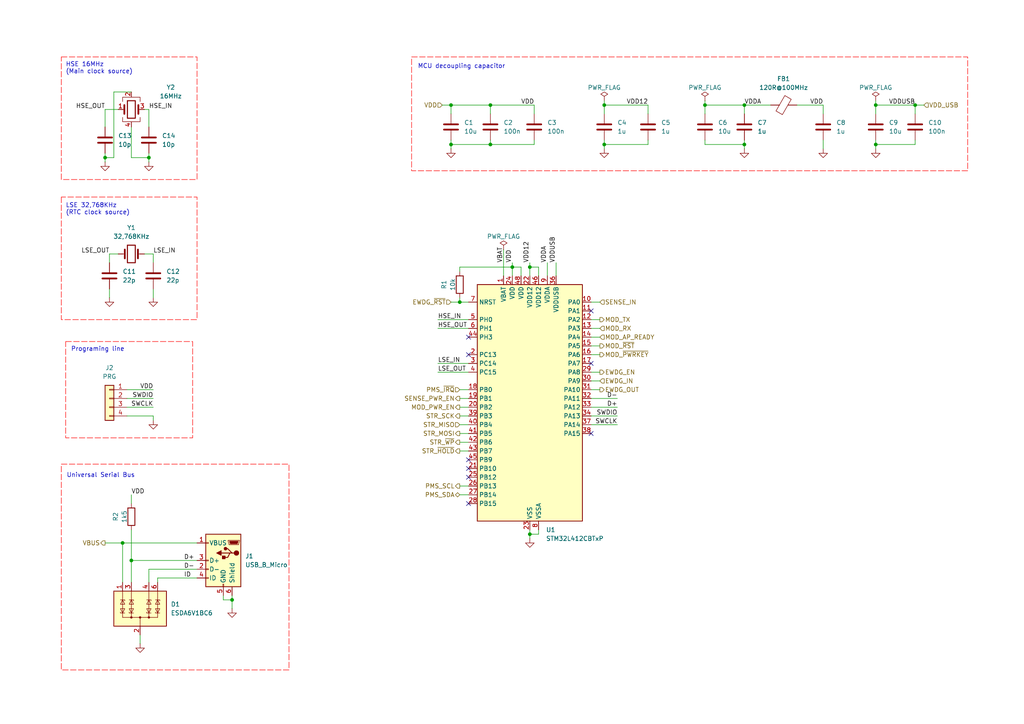
<source format=kicad_sch>
(kicad_sch (version 20250114) (generator "eeschema") (generator_version "9.0")
  (paper "A4")
  (lib_symbols
    (symbol "Connector:USB_B_Micro" (pin_names (offset 1.016))
      (property "Reference" "J" (at -5.08 11.43 0))
      (property "Value" "USB_B_Micro" (at -5.08 8.89 0))
      (symbol "USB_B_Micro_0_1"
        (rectangle (start -5.08 -7.62) (end 5.08 7.62) (stroke (width 0.254)) (fill (type background)))
        (polyline (pts (xy -4.699 5.842) (xy -4.699 5.588) (xy -4.445 4.826) (xy -4.445 4.572) (xy -1.651 4.572) (xy -1.651 4.826) (xy -1.397 5.588) (xy -1.397 5.842) (xy -4.699 5.842)))
        (polyline (pts (xy -4.318 5.588) (xy -1.778 5.588) (xy -2.032 4.826) (xy -4.064 4.826) (xy -4.318 5.588)) (fill (type outline)))
        (circle (center -3.81 2.159) (radius 0.635) (stroke (width 0.254)) (fill (type outline)))
        (polyline (pts (xy -3.175 2.159) (xy -2.54 2.159) (xy -1.27 3.429) (xy -0.635 3.429)) (stroke (width 0.254)))
        (polyline (pts (xy -2.54 2.159) (xy -1.905 2.159) (xy -1.27 0.889) (xy 0 0.889)) (stroke (width 0.254)))
        (polyline (pts (xy -1.905 2.159) (xy 0.635 2.159)) (stroke (width 0.254)))
        (circle (center -0.635 3.429) (radius 0.381) (stroke (width 0.254)) (fill (type outline)))
        (rectangle (start -0.127 -7.62) (end 0.127 -6.858))
        (rectangle (start 0.254 1.27) (end -0.508 0.508) (stroke (width 0.254)) (fill (type outline)))
        (polyline (pts (xy 0.635 2.794) (xy 0.635 1.524) (xy 1.905 2.159) (xy 0.635 2.794)) (stroke (width 0.254)) (fill (type outline)))
        (rectangle (start 5.08 4.953) (end 4.318 5.207))
        (rectangle (start 5.08 -0.127) (end 4.318 0.127))
        (rectangle (start 5.08 -2.667) (end 4.318 -2.413))
        (rectangle (start 5.08 -5.207) (end 4.318 -4.953))
      )
      (symbol "USB_B_Micro_1_1"
        (pin passive line (at -2.54 -10.16 90) (length 2.54) (name "Shield") (number "6"))
        (pin power_out line (at 0 -10.16 90) (length 2.54) (name "GND") (number "5"))
        (pin power_out line (at 7.62 5.08 180) (length 2.54) (name "VBUS") (number "1"))
        (pin bidirectional line (at 7.62 0 180) (length 2.54) (name "D+") (number "3"))
        (pin bidirectional line (at 7.62 -2.54 180) (length 2.54) (name "D-") (number "2"))
        (pin passive line (at 7.62 -5.08 180) (length 2.54) (name "ID") (number "4"))
      )
    )
    (symbol "Connector_Generic:Conn_01x04" (pin_names (offset 1.016) (hide yes))
      (property "Reference" "J" (at 0 5.08 0))
      (property "Value" "Conn_01x04" (at 0 -7.62 0))
      (symbol "Conn_01x04_1_1"
        (rectangle (start -1.27 3.81) (end 1.27 -6.35) (stroke (width 0.254)) (fill (type background)))
        (rectangle (start -1.27 2.667) (end 0 2.413) (stroke (width 0.1524)))
        (rectangle (start -1.27 0.127) (end 0 -0.127) (stroke (width 0.1524)))
        (rectangle (start -1.27 -2.413) (end 0 -2.667) (stroke (width 0.1524)))
        (rectangle (start -1.27 -4.953) (end 0 -5.207) (stroke (width 0.1524)))
        (pin passive line (at -5.08 2.54 0) (length 3.81) (name "Pin_1") (number "1"))
        (pin passive line (at -5.08 0 0) (length 3.81) (name "Pin_2") (number "2"))
        (pin passive line (at -5.08 -2.54 0) (length 3.81) (name "Pin_3") (number "3"))
        (pin passive line (at -5.08 -5.08 0) (length 3.81) (name "Pin_4") (number "4"))
      )
    )
    (symbol "Device:C" (pin_numbers (hide yes)) (pin_names (offset 0.254))
      (property "Reference" "C" (at 0.635 2.54 0))
      (property "Value" "C" (at 0.635 -2.54 0))
      (symbol "C_0_1"
        (polyline (pts (xy -2.032 0.762) (xy 2.032 0.762)) (stroke (width 0.508)))
        (polyline (pts (xy -2.032 -0.762) (xy 2.032 -0.762)) (stroke (width 0.508)))
      )
      (symbol "C_1_1"
        (pin passive line (at 0 3.81 270) (length 2.794) (name "~") (number "1"))
        (pin passive line (at 0 -3.81 90) (length 2.794) (name "~") (number "2"))
      )
    )
    (symbol "Device:Crystal" (pin_numbers (hide yes)) (pin_names (offset 1.016) (hide yes))
      (property "Reference" "Y" (at 0 3.81 0))
      (property "Value" "Crystal" (at 0 -3.81 0))
      (symbol "Crystal_0_1"
        (polyline (pts (xy -2.54 0) (xy -1.905 0)))
        (polyline (pts (xy -1.905 -1.27) (xy -1.905 1.27)) (stroke (width 0.508)))
        (rectangle (start -1.143 2.54) (end 1.143 -2.54) (stroke (width 0.3048)))
        (polyline (pts (xy 1.905 -1.27) (xy 1.905 1.27)) (stroke (width 0.508)))
        (polyline (pts (xy 2.54 0) (xy 1.905 0)))
      )
      (symbol "Crystal_1_1"
        (pin passive line (at -3.81 0 0) (length 1.27) (name "1") (number "1"))
        (pin passive line (at 3.81 0 180) (length 1.27) (name "2") (number "2"))
      )
    )
    (symbol "Device:Crystal_GND24" (pin_names (offset 1.016) (hide yes))
      (property "Reference" "Y" (at 3.175 5.08 0))
      (property "Value" "Crystal_GND24" (at 3.175 3.175 0))
      (symbol "Crystal_GND24_0_1"
        (polyline (pts (xy -2.54 2.286) (xy -2.54 3.556) (xy 2.54 3.556) (xy 2.54 2.286)))
        (polyline (pts (xy -2.54 0) (xy -2.032 0)))
        (polyline (pts (xy -2.54 -2.286) (xy -2.54 -3.556) (xy 2.54 -3.556) (xy 2.54 -2.286)))
        (polyline (pts (xy -2.032 -1.27) (xy -2.032 1.27)) (stroke (width 0.508)))
        (rectangle (start -1.143 2.54) (end 1.143 -2.54) (stroke (width 0.3048)))
        (polyline (pts (xy 0 3.556) (xy 0 3.81)))
        (polyline (pts (xy 0 -3.81) (xy 0 -3.556)))
        (polyline (pts (xy 2.032 0) (xy 2.54 0)))
        (polyline (pts (xy 2.032 -1.27) (xy 2.032 1.27)) (stroke (width 0.508)))
      )
      (symbol "Crystal_GND24_1_1"
        (pin passive line (at -3.81 0 0) (length 1.27) (name "1") (number "1"))
        (pin passive line (at 0 5.08 270) (length 1.27) (name "2") (number "2"))
        (pin passive line (at 0 -5.08 90) (length 1.27) (name "4") (number "4"))
        (pin passive line (at 3.81 0 180) (length 1.27) (name "3") (number "3"))
      )
    )
    (symbol "Device:FerriteBead" (pin_numbers (hide yes)) (pin_names (offset 0))
      (property "Reference" "FB" (at -3.81 0.635 90))
      (property "Value" "FerriteBead" (at 3.81 0 90))
      (symbol "FerriteBead_0_1"
        (polyline (pts (xy -2.7686 0.4064) (xy -1.7018 2.2606) (xy 2.7686 -0.3048) (xy 1.6764 -2.159) (xy -2.7686 0.4064)))
        (polyline (pts (xy 0 1.27) (xy 0 1.2954)))
        (polyline (pts (xy 0 -1.27) (xy 0 -1.2192)))
      )
      (symbol "FerriteBead_1_1"
        (pin passive line (at 0 3.81 270) (length 2.54) (name "~") (number "1"))
        (pin passive line (at 0 -3.81 90) (length 2.54) (name "~") (number "2"))
      )
    )
    (symbol "Device:R" (pin_numbers (hide yes)) (pin_names (offset 0))
      (property "Reference" "R" (at 2.032 0 90))
      (property "Value" "R" (at 0 0 90))
      (symbol "R_0_1"
        (rectangle (start -1.016 -2.54) (end 1.016 2.54) (stroke (width 0.254)))
      )
      (symbol "R_1_1"
        (pin passive line (at 0 3.81 270) (length 1.27) (name "~") (number "1"))
        (pin passive line (at 0 -3.81 90) (length 1.27) (name "~") (number "2"))
      )
    )
    (symbol "MCU_ST_STM32L4:STM32L412CBTxP"
      (property "Reference" "U" (at -15.24 36.83 0))
      (property "Value" "STM32L412CBTxP" (at 10.16 36.83 0))
      (symbol "STM32L412CBTxP_0_1"
        (rectangle (start -15.24 -33.02) (end 15.24 35.56) (stroke (width 0.254)) (fill (type background)))
      )
      (symbol "STM32L412CBTxP_1_1"
        (pin input line (at -17.78 30.48 0) (length 2.54) (name "NRST") (number "7"))
        (pin bidirectional line (at -17.78 25.4 0) (length 2.54) (name "PH0") (number "5"))
        (pin bidirectional line (at -17.78 22.86 0) (length 2.54) (name "PH1") (number "6"))
        (pin bidirectional line (at -17.78 20.32 0) (length 2.54) (name "PH3") (number "44"))
        (pin bidirectional line (at -17.78 15.24 0) (length 2.54) (name "PC13") (number "2"))
        (pin bidirectional line (at -17.78 12.7 0) (length 2.54) (name "PC14") (number "3"))
        (pin bidirectional line (at -17.78 10.16 0) (length 2.54) (name "PC15") (number "4"))
        (pin bidirectional line (at -17.78 5.08 0) (length 2.54) (name "PB0") (number "18"))
        (pin bidirectional line (at -17.78 2.54 0) (length 2.54) (name "PB1") (number "19"))
        (pin bidirectional line (at -17.78 0 0) (length 2.54) (name "PB2") (number "20"))
        (pin bidirectional line (at -17.78 -2.54 0) (length 2.54) (name "PB3") (number "39"))
        (pin bidirectional line (at -17.78 -5.08 0) (length 2.54) (name "PB4") (number "40"))
        (pin bidirectional line (at -17.78 -7.62 0) (length 2.54) (name "PB5") (number "41"))
        (pin bidirectional line (at -17.78 -10.16 0) (length 2.54) (name "PB6") (number "42"))
        (pin bidirectional line (at -17.78 -12.7 0) (length 2.54) (name "PB7") (number "43"))
        (pin bidirectional line (at -17.78 -15.24 0) (length 2.54) (name "PB9") (number "45"))
        (pin bidirectional line (at -17.78 -17.78 0) (length 2.54) (name "PB10") (number "21"))
        (pin bidirectional line (at -17.78 -20.32 0) (length 2.54) (name "PB12") (number "25"))
        (pin bidirectional line (at -17.78 -22.86 0) (length 2.54) (name "PB13") (number "26"))
        (pin bidirectional line (at -17.78 -25.4 0) (length 2.54) (name "PB14") (number "27"))
        (pin bidirectional line (at -17.78 -27.94 0) (length 2.54) (name "PB15") (number "28"))
        (pin power_in line (at -7.62 38.1 270) (length 2.54) (name "VBAT") (number "1"))
        (pin power_in line (at -5.08 38.1 270) (length 2.54) (name "VDD") (number "24"))
        (pin power_in line (at -2.54 38.1 270) (length 2.54) (name "VDD") (number "48"))
        (pin power_in line (at 0 38.1 270) (length 2.54) (name "VDD12") (number "22"))
        (pin power_in line (at 0 -35.56 90) (length 2.54) (name "VSS") (number "23"))
        (pin passive line (at 0 -35.56 90) (length 2.54) (hide yes) (name "VSS") (number "35"))
        (pin passive line (at 0 -35.56 90) (length 2.54) (hide yes) (name "VSS") (number "47"))
        (pin power_in line (at 2.54 38.1 270) (length 2.54) (name "VDD12") (number "46"))
        (pin power_in line (at 2.54 -35.56 90) (length 2.54) (name "VSSA") (number "8"))
        (pin power_in line (at 5.08 38.1 270) (length 2.54) (name "VDDA") (number "9"))
        (pin power_in line (at 7.62 38.1 270) (length 2.54) (name "VDDUSB") (number "36"))
        (pin bidirectional line (at 17.78 30.48 180) (length 2.54) (name "PA0") (number "10"))
        (pin bidirectional line (at 17.78 27.94 180) (length 2.54) (name "PA1") (number "11"))
        (pin bidirectional line (at 17.78 25.4 180) (length 2.54) (name "PA2") (number "12"))
        (pin bidirectional line (at 17.78 22.86 180) (length 2.54) (name "PA3") (number "13"))
        (pin bidirectional line (at 17.78 20.32 180) (length 2.54) (name "PA4") (number "14"))
        (pin bidirectional line (at 17.78 17.78 180) (length 2.54) (name "PA5") (number "15"))
        (pin bidirectional line (at 17.78 15.24 180) (length 2.54) (name "PA6") (number "16"))
        (pin bidirectional line (at 17.78 12.7 180) (length 2.54) (name "PA7") (number "17"))
        (pin bidirectional line (at 17.78 10.16 180) (length 2.54) (name "PA8") (number "29"))
        (pin bidirectional line (at 17.78 7.62 180) (length 2.54) (name "PA9") (number "30"))
        (pin bidirectional line (at 17.78 5.08 180) (length 2.54) (name "PA10") (number "31"))
        (pin bidirectional line (at 17.78 2.54 180) (length 2.54) (name "PA11") (number "32"))
        (pin bidirectional line (at 17.78 0 180) (length 2.54) (name "PA12") (number "33"))
        (pin bidirectional line (at 17.78 -2.54 180) (length 2.54) (name "PA13") (number "34"))
        (pin bidirectional line (at 17.78 -5.08 180) (length 2.54) (name "PA14") (number "37"))
        (pin bidirectional line (at 17.78 -7.62 180) (length 2.54) (name "PA15") (number "38"))
      )
    )
    (symbol "Power_Protection:ESDA6V1BC6" (pin_names (hide yes))
      (property "Reference" "D" (at -2.54 -6.35 0))
      (property "Value" "ESDA6V1BC6" (at 1.27 -6.35 0))
      (symbol "ESDA6V1BC6_0_0"
        (pin passive line (at 0 -7.62 90) (length 2.54) (name "COM") (number "2"))
      )
      (symbol "ESDA6V1BC6_0_1"
        (rectangle (start -7.62 5.08) (end 7.62 -5.08) (stroke (width 0.254)) (fill (type background)))
        (polyline (pts (xy -5.715 2.54) (xy -4.445 2.54) (xy -4.445 2.286)))
        (polyline (pts (xy -5.715 -1.016) (xy -5.715 -1.27) (xy -4.445 -1.27)))
        (polyline (pts (xy -5.08 5.08) (xy -5.08 2.54)))
        (polyline (pts (xy -5.08 2.54) (xy -5.08 -1.27)))
        (polyline (pts (xy -5.08 2.54) (xy -4.445 1.27) (xy -5.715 1.27) (xy -5.08 2.54)))
        (polyline (pts (xy -5.08 -1.27) (xy -5.715 0) (xy -4.445 0) (xy -5.08 -1.27)))
        (polyline (pts (xy -5.08 -2.54) (xy -5.08 -1.27)))
        (polyline (pts (xy -5.08 -2.54) (xy 5.08 -2.54)))
        (polyline (pts (xy -3.175 2.54) (xy -1.905 2.54) (xy -1.905 2.286)))
        (polyline (pts (xy -3.175 -1.016) (xy -3.175 -1.27) (xy -1.905 -1.27)))
        (polyline (pts (xy -2.54 5.08) (xy -2.54 2.54)))
        (polyline (pts (xy -2.54 2.54) (xy -2.54 -1.27)))
        (polyline (pts (xy -2.54 2.54) (xy -1.905 1.27) (xy -3.175 1.27) (xy -2.54 2.54)))
        (polyline (pts (xy -2.54 -1.27) (xy -3.175 0) (xy -1.905 0) (xy -2.54 -1.27)))
        (circle (center -2.54 -2.54) (radius 0.254) (fill (type outline)))
        (polyline (pts (xy -2.54 -2.54) (xy -2.54 -1.27)))
        (polyline (pts (xy 0 -2.54) (xy 0 -5.08)))
        (circle (center 0 -2.54) (radius 0.254) (fill (type outline)))
        (polyline (pts (xy 1.905 2.54) (xy 3.175 2.54) (xy 3.175 2.286)))
        (polyline (pts (xy 1.905 -1.016) (xy 1.905 -1.27) (xy 3.175 -1.27)))
        (polyline (pts (xy 2.54 5.08) (xy 2.54 2.54)))
        (polyline (pts (xy 2.54 2.54) (xy 2.54 -1.27)))
        (polyline (pts (xy 2.54 2.54) (xy 3.175 1.27) (xy 1.905 1.27) (xy 2.54 2.54)))
        (polyline (pts (xy 2.54 -1.27) (xy 1.905 0) (xy 3.175 0) (xy 2.54 -1.27)))
        (polyline (pts (xy 2.54 -2.54) (xy 2.54 -1.27)))
        (circle (center 2.54 -2.54) (radius 0.254) (fill (type outline)))
        (polyline (pts (xy 4.445 2.54) (xy 5.715 2.54) (xy 5.715 2.286)))
        (polyline (pts (xy 4.445 -1.016) (xy 4.445 -1.27) (xy 5.715 -1.27)))
        (polyline (pts (xy 5.08 5.08) (xy 5.08 2.54)))
        (polyline (pts (xy 5.08 2.54) (xy 5.08 -1.27)))
        (polyline (pts (xy 5.08 2.54) (xy 5.715 1.27) (xy 4.445 1.27) (xy 5.08 2.54)))
        (polyline (pts (xy 5.08 -1.27) (xy 4.445 0) (xy 5.715 0) (xy 5.08 -1.27)))
        (polyline (pts (xy 5.08 -2.54) (xy 5.08 -1.27)))
      )
      (symbol "ESDA6V1BC6_1_1"
        (pin passive line (at -5.08 7.62 270) (length 2.54) (name "TVS1") (number "1"))
        (pin passive line (at -2.54 7.62 270) (length 2.54) (name "TVS2") (number "3"))
        (pin passive line (at 0 -7.62 90) (length 2.54) (hide yes) (name "COM") (number "5"))
        (pin passive line (at 2.54 7.62 270) (length 2.54) (name "TVS3") (number "4"))
        (pin passive line (at 5.08 7.62 270) (length 2.54) (name "TVS4") (number "6"))
      )
    )
    (symbol "power:GND" (power) (pin_numbers (hide yes)) (pin_names (offset 0) (hide yes))
      (property "Value" "GND" (at 0 -3.81 0))
      (symbol "GND_0_1"
        (polyline (pts (xy 0 0) (xy 0 -1.27) (xy 1.27 -1.27) (xy 0 -2.54) (xy -1.27 -1.27) (xy 0 -1.27)))
      )
      (symbol "GND_1_1"
        (pin power_in line (at 0 0 270) (length 0) (name "~") (number "1"))
      )
    )
    (symbol "power:PWR_FLAG" (power) (pin_numbers (hide yes)) (pin_names (offset 0) (hide yes))
      (property "Value" "PWR_FLAG" (at 0 3.81 0))
      (symbol "PWR_FLAG_0_0"
        (pin power_out line (at 0 0 90) (length 0) (name "~") (number "1"))
      )
      (symbol "PWR_FLAG_0_1"
        (polyline (pts (xy 0 0) (xy 0 1.27) (xy -1.016 1.905) (xy 0 2.54) (xy 1.016 1.905) (xy 0 1.27)))
      )
    )
  )
  (text "Universal Serial Bus\n" (at 19.304 137.922 0) (effects (font (size 1.27 1.27)) (justify left)))
  (text "LSE 32,768KHz\n(RTC clock source)" (at 19.05 60.706 0) (effects (font (size 1.27 1.27)) (justify left)))
  (text "HSE 16MHz\n(Main clock source)" (at 19.05 19.812 0) (effects (font (size 1.27 1.27)) (justify left)))
  (text "Programing line" (at 20.574 101.346 0) (effects (font (size 1.27 1.27)) (justify left)))
  (text "MCU decoupling capacitor" (at 121.158 19.304 0) (effects (font (size 1.27 1.27)) (justify left)))
  (junction (at 215.9 41.91))
  (junction (at 142.24 30.48))
  (junction (at 30.48 45.72))
  (junction (at 130.81 30.48))
  (junction (at 215.9 30.48))
  (junction (at 35.56 157.48))
  (junction (at 254 41.91))
  (junction (at 175.26 41.91))
  (junction (at 175.26 30.48))
  (junction (at 130.81 41.91))
  (junction (at 265.43 30.48))
  (junction (at 254 30.48))
  (junction (at 43.18 45.72))
  (junction (at 148.59 77.47))
  (junction (at 67.31 173.99))
  (junction (at 142.24 41.91))
  (junction (at 133.35 87.63))
  (junction (at 153.67 77.47))
  (junction (at 153.67 154.94))
  (junction (at 38.1 162.56))
  (junction (at 204.47 30.48))
  (no_connect (at 135.89 102.87))
  (no_connect (at 171.45 125.73))
  (no_connect (at 135.89 133.35))
  (no_connect (at 171.45 90.17))
  (no_connect (at 135.89 97.79))
  (no_connect (at 171.45 105.41))
  (no_connect (at 135.89 146.05))
  (no_connect (at 135.89 138.43))
  (no_connect (at 135.89 135.89))
  (wire (pts (xy 38.1 26.67) (xy 33.02 26.67)))
  (wire (pts (xy 153.67 154.94) (xy 153.67 156.21)))
  (wire (pts (xy 135.89 107.95) (xy 127 107.95)))
  (wire (pts (xy 41.91 73.66) (xy 44.45 73.66)))
  (wire (pts (xy 38.1 162.56) (xy 57.15 162.56)))
  (wire (pts (xy 154.94 33.02) (xy 154.94 30.48)))
  (wire (pts (xy 38.1 153.67) (xy 38.1 162.56)))
  (wire (pts (xy 130.81 41.91) (xy 130.81 43.18)))
  (wire (pts (xy 171.45 107.95) (xy 173.99 107.95)))
  (wire (pts (xy 38.1 168.91) (xy 38.1 162.56)))
  (wire (pts (xy 43.18 165.1) (xy 57.15 165.1)))
  (wire (pts (xy 254 30.48) (xy 265.43 30.48)))
  (wire (pts (xy 36.83 120.65) (xy 44.45 120.65)))
  (wire (pts (xy 254 29.21) (xy 254 30.48)))
  (wire (pts (xy 171.45 113.03) (xy 173.99 113.03)))
  (wire (pts (xy 43.18 45.72) (xy 43.18 46.99)))
  (wire (pts (xy 171.45 97.79) (xy 173.99 97.79)))
  (wire (pts (xy 41.91 31.75) (xy 43.18 31.75)))
  (wire (pts (xy 64.77 173.99) (xy 67.31 173.99)))
  (wire (pts (xy 154.94 30.48) (xy 142.24 30.48)))
  (wire (pts (xy 135.89 92.71) (xy 127 92.71)))
  (wire (pts (xy 36.83 115.57) (xy 44.45 115.57)))
  (wire (pts (xy 30.48 44.45) (xy 30.48 45.72)))
  (wire (pts (xy 175.26 43.18) (xy 175.26 41.91)))
  (wire (pts (xy 156.21 153.67) (xy 156.21 154.94)))
  (wire (pts (xy 142.24 30.48) (xy 142.24 33.02)))
  (wire (pts (xy 30.48 157.48) (xy 35.56 157.48)))
  (wire (pts (xy 215.9 30.48) (xy 204.47 30.48)))
  (wire (pts (xy 64.77 172.72) (xy 64.77 173.99)))
  (wire (pts (xy 204.47 30.48) (xy 204.47 33.02)))
  (wire (pts (xy 204.47 40.64) (xy 204.47 41.91)))
  (wire (pts (xy 171.45 87.63) (xy 173.99 87.63)))
  (wire (pts (xy 133.35 125.73) (xy 135.89 125.73)))
  (wire (pts (xy 171.45 110.49) (xy 173.99 110.49)))
  (wire (pts (xy 171.45 120.65) (xy 179.07 120.65)))
  (wire (pts (xy 146.05 72.39) (xy 146.05 80.01)))
  (wire (pts (xy 135.89 105.41) (xy 127 105.41)))
  (wire (pts (xy 187.96 30.48) (xy 187.96 33.02)))
  (wire (pts (xy 135.89 95.25) (xy 127 95.25)))
  (wire (pts (xy 130.81 33.02) (xy 130.81 30.48)))
  (wire (pts (xy 154.94 40.64) (xy 154.94 41.91)))
  (wire (pts (xy 175.26 33.02) (xy 175.26 30.48)))
  (wire (pts (xy 38.1 45.72) (xy 43.18 45.72)))
  (wire (pts (xy 148.59 77.47) (xy 148.59 80.01)))
  (wire (pts (xy 171.45 102.87) (xy 173.99 102.87)))
  (wire (pts (xy 44.45 73.66) (xy 44.45 76.2)))
  (wire (pts (xy 33.02 26.67) (xy 33.02 45.72)))
  (wire (pts (xy 151.13 77.47) (xy 148.59 77.47)))
  (wire (pts (xy 148.59 76.2) (xy 148.59 77.47)))
  (wire (pts (xy 128.27 30.48) (xy 130.81 30.48)))
  (wire (pts (xy 254 33.02) (xy 254 30.48)))
  (wire (pts (xy 153.67 77.47) (xy 156.21 77.47)))
  (wire (pts (xy 171.45 92.71) (xy 173.99 92.71)))
  (wire (pts (xy 133.35 143.51) (xy 135.89 143.51)))
  (wire (pts (xy 171.45 118.11) (xy 179.07 118.11)))
  (wire (pts (xy 133.35 77.47) (xy 133.35 78.74)))
  (wire (pts (xy 45.72 168.91) (xy 45.72 167.64)))
  (wire (pts (xy 36.83 118.11) (xy 44.45 118.11)))
  (wire (pts (xy 133.35 120.65) (xy 135.89 120.65)))
  (wire (pts (xy 133.35 130.81) (xy 135.89 130.81)))
  (wire (pts (xy 265.43 41.91) (xy 254 41.91)))
  (wire (pts (xy 171.45 95.25) (xy 173.99 95.25)))
  (wire (pts (xy 223.52 30.48) (xy 215.9 30.48)))
  (wire (pts (xy 171.45 115.57) (xy 179.07 115.57)))
  (wire (pts (xy 67.31 173.99) (xy 67.31 176.53)))
  (wire (pts (xy 142.24 41.91) (xy 130.81 41.91)))
  (wire (pts (xy 31.75 73.66) (xy 31.75 76.2)))
  (wire (pts (xy 238.76 40.64) (xy 238.76 43.18)))
  (wire (pts (xy 171.45 100.33) (xy 173.99 100.33)))
  (wire (pts (xy 43.18 31.75) (xy 43.18 36.83)))
  (wire (pts (xy 187.96 41.91) (xy 187.96 40.64)))
  (wire (pts (xy 254 41.91) (xy 254 43.18)))
  (wire (pts (xy 151.13 77.47) (xy 151.13 80.01)))
  (wire (pts (xy 175.26 40.64) (xy 175.26 41.91)))
  (wire (pts (xy 215.9 30.48) (xy 215.9 33.02)))
  (wire (pts (xy 133.35 87.63) (xy 135.89 87.63)))
  (wire (pts (xy 35.56 157.48) (xy 35.56 168.91)))
  (wire (pts (xy 204.47 29.21) (xy 204.47 30.48)))
  (wire (pts (xy 156.21 77.47) (xy 156.21 80.01)))
  (wire (pts (xy 265.43 40.64) (xy 265.43 41.91)))
  (wire (pts (xy 36.83 113.03) (xy 44.45 113.03)))
  (wire (pts (xy 175.26 41.91) (xy 187.96 41.91)))
  (wire (pts (xy 44.45 120.65) (xy 44.45 121.92)))
  (wire (pts (xy 153.67 76.2) (xy 153.67 77.47)))
  (wire (pts (xy 40.64 184.15) (xy 40.64 186.69)))
  (wire (pts (xy 154.94 41.91) (xy 142.24 41.91)))
  (wire (pts (xy 231.14 30.48) (xy 238.76 30.48)))
  (wire (pts (xy 34.29 31.75) (xy 30.48 31.75)))
  (wire (pts (xy 130.81 30.48) (xy 142.24 30.48)))
  (wire (pts (xy 31.75 83.82) (xy 31.75 86.36)))
  (wire (pts (xy 45.72 167.64) (xy 57.15 167.64)))
  (wire (pts (xy 30.48 31.75) (xy 30.48 36.83)))
  (wire (pts (xy 133.35 123.19) (xy 135.89 123.19)))
  (wire (pts (xy 215.9 40.64) (xy 215.9 41.91)))
  (wire (pts (xy 33.02 45.72) (xy 30.48 45.72)))
  (wire (pts (xy 175.26 30.48) (xy 187.96 30.48)))
  (wire (pts (xy 204.47 41.91) (xy 215.9 41.91)))
  (wire (pts (xy 133.35 115.57) (xy 135.89 115.57)))
  (wire (pts (xy 158.75 76.2) (xy 158.75 80.01)))
  (wire (pts (xy 133.35 86.36) (xy 133.35 87.63)))
  (wire (pts (xy 133.35 77.47) (xy 148.59 77.47)))
  (wire (pts (xy 30.48 45.72) (xy 30.48 46.99)))
  (wire (pts (xy 67.31 172.72) (xy 67.31 173.99)))
  (wire (pts (xy 43.18 168.91) (xy 43.18 165.1)))
  (wire (pts (xy 175.26 29.21) (xy 175.26 30.48)))
  (wire (pts (xy 265.43 30.48) (xy 265.43 33.02)))
  (wire (pts (xy 133.35 118.11) (xy 135.89 118.11)))
  (wire (pts (xy 153.67 80.01) (xy 153.67 77.47)))
  (wire (pts (xy 265.43 30.48) (xy 267.97 30.48)))
  (wire (pts (xy 161.29 76.2) (xy 161.29 80.01)))
  (wire (pts (xy 238.76 30.48) (xy 238.76 33.02)))
  (wire (pts (xy 215.9 41.91) (xy 215.9 43.18)))
  (wire (pts (xy 254 40.64) (xy 254 41.91)))
  (wire (pts (xy 35.56 157.48) (xy 57.15 157.48)))
  (wire (pts (xy 130.81 40.64) (xy 130.81 41.91)))
  (wire (pts (xy 43.18 44.45) (xy 43.18 45.72)))
  (wire (pts (xy 44.45 83.82) (xy 44.45 86.36)))
  (wire (pts (xy 171.45 123.19) (xy 179.07 123.19)))
  (wire (pts (xy 133.35 128.27) (xy 135.89 128.27)))
  (wire (pts (xy 142.24 40.64) (xy 142.24 41.91)))
  (wire (pts (xy 38.1 36.83) (xy 38.1 45.72)))
  (wire (pts (xy 156.21 154.94) (xy 153.67 154.94)))
  (wire (pts (xy 130.81 87.63) (xy 133.35 87.63)))
  (wire (pts (xy 153.67 153.67) (xy 153.67 154.94)))
  (wire (pts (xy 34.29 73.66) (xy 31.75 73.66)))
  (wire (pts (xy 38.1 143.51) (xy 38.1 146.05)))
  (wire (pts (xy 133.35 140.97) (xy 135.89 140.97)))
  (wire (pts (xy 133.35 113.03) (xy 135.89 113.03)))
  (label "VDD" (at 238.76 30.48 180))
  (label "HSE_OUT" (at 127 95.25 0))
  (label "HSE_IN" (at 127 92.71 0))
  (label "SWCLK" (at 179.07 123.19 180))
  (label "D-" (at 179.07 115.57 180))
  (label "SWDIO" (at 44.45 115.57 180))
  (label "VDDA" (at 158.75 76.2 90))
  (label "D+" (at 179.07 118.11 180))
  (label "VBAT" (at 146.05 76.2 90))
  (label "LSE_IN" (at 127 105.41 0))
  (label "VDDUSB" (at 161.29 76.2 90))
  (label "LSE_IN" (at 44.45 73.66 0))
  (label "SWCLK" (at 44.45 118.11 180))
  (label "VDD" (at 38.1 143.51 0))
  (label "VDD12" (at 187.96 30.48 180))
  (label "LSE_OUT" (at 31.75 73.66 180))
  (label "VDDA" (at 215.9 30.48 0))
  (label "HSE_IN" (at 43.18 31.75 0))
  (label "HSE_OUT" (at 30.48 31.75 180))
  (label "ID" (at 53.34 167.64 0))
  (label "VDD" (at 44.45 113.03 180))
  (label "VDD" (at 154.94 30.48 180))
  (label "D-" (at 53.34 165.1 0))
  (label "VDD" (at 148.59 76.2 90))
  (label "VDDUSB" (at 265.43 30.48 180))
  (label "D+" (at 53.34 162.56 0))
  (label "LSE_OUT" (at 127 107.95 0))
  (label "VDD12" (at 153.67 76.2 90))
  (label "SWDIO" (at 179.07 120.65 180))
  (hierarchical_label "VDD" (shape input) (at 128.27 30.48 180))
  (hierarchical_label "STR_MISO" (shape input) (at 133.35 123.19 180))
  (hierarchical_label "SENSE_PWR_EN" (shape output) (at 133.35 115.57 180))
  (hierarchical_label "EWDG_OUT" (shape output) (at 173.99 113.03 0))
  (hierarchical_label "STR_SCK" (shape output) (at 133.35 120.65 180))
  (hierarchical_label "PMS_SCL" (shape output) (at 133.35 140.97 180))
  (hierarchical_label "PMS_SDA" (shape bidirectional) (at 133.35 143.51 180))
  (hierarchical_label "MOD_~{PWRKEY}" (shape output) (at 173.99 102.87 0))
  (hierarchical_label "MOD_RX" (shape input) (at 173.99 95.25 0))
  (hierarchical_label "MOD_PWR_EN" (shape output) (at 133.35 118.11 180))
  (hierarchical_label "EWDG_IN" (shape input) (at 173.99 110.49 0))
  (hierarchical_label "PMS_~{IRQ}" (shape input) (at 133.35 113.03 180))
  (hierarchical_label "STR_MOSI" (shape output) (at 133.35 125.73 180))
  (hierarchical_label "MOD_AP_READY" (shape input) (at 173.99 97.79 0))
  (hierarchical_label "STR_~{WP}" (shape output) (at 133.35 128.27 180))
  (hierarchical_label "EWDG_EN" (shape output) (at 173.99 107.95 0))
  (hierarchical_label "VDD_USB" (shape input) (at 267.97 30.48 0))
  (hierarchical_label "SENSE_IN" (shape input) (at 173.99 87.63 0))
  (hierarchical_label "MOD_TX" (shape output) (at 173.99 92.71 0))
  (hierarchical_label "STR_~{HOLD}" (shape output) (at 133.35 130.81 180))
  (hierarchical_label "EWDG_~{RST}" (shape input) (at 130.81 87.63 180))
  (hierarchical_label "VBUS" (shape output) (at 30.48 157.48 180))
  (hierarchical_label "MOD_~{RST}" (shape output) (at 173.99 100.33 0))
  (rule_area (polyline (pts (xy 17.78 16.51) (xy 57.15 16.51) (xy 57.15 52.07) (xy 17.78 52.07)) (stroke (width 0) (type dash))))
  (rule_area (polyline (pts (xy 19.05 99.06) (xy 55.88 99.06) (xy 55.88 127) (xy 19.05 127)) (stroke (width 0) (type dash))))
  (rule_area (polyline (pts (xy 17.78 57.15) (xy 17.78 92.71) (xy 57.15 92.71) (xy 57.15 57.15)) (stroke (width 0) (type dash))))
  (rule_area (polyline (pts (xy 17.78 134.62) (xy 83.82 134.62) (xy 83.82 194.31) (xy 17.78 194.31)) (stroke (width 0) (type dash))))
  (rule_area (polyline (pts (xy 119.38 16.51) (xy 280.67 16.51) (xy 280.67 49.53) (xy 119.38 49.53)) (stroke (width 0) (type dash))))
  (symbol (lib_id "power:GND") (at 67.31 176.53 0) (mirror y) (unit 1)
    (property "Reference" "#PWR012" (effects (hide yes)))
    (property "Value" "GND" (effects (hide yes)))
    (property "Description" "Power symbol creates a global label with name \"GND\" , ground" (effects (hide yes)))
  )
  (symbol (lib_id "Device:C") (at 254 36.83 0) (unit 1)
    (property "Reference" "C9" (at 257.81 35.5599 0) (effects (justify left)))
    (property "Value" "10u" (at 257.81 38.0999 0) (effects (justify left)))
    (property "Footprint" "Capacitor_SMD:C_0402_1005Metric" (effects (hide yes)))
    (property "Description" "Unpolarized capacitor" (effects (hide yes)))
  )
  (symbol (lib_id "power:GND") (at 43.18 46.99 0) (mirror y) (unit 1)
    (property "Reference" "#PWR09" (effects (hide yes)))
    (property "Value" "GND" (effects (hide yes)))
    (property "Description" "Power symbol creates a global label with name \"GND\" , ground" (effects (hide yes)))
  )
  (symbol (lib_id "power:GND") (at 238.76 43.18 0) (mirror y) (unit 1)
    (property "Reference" "#PWR04" (effects (hide yes)))
    (property "Value" "GND" (effects (hide yes)))
    (property "Description" "Power symbol creates a global label with name \"GND\" , ground" (effects (hide yes)))
  )
  (symbol (lib_id "Power_Protection:ESDA6V1BC6") (at 40.64 176.53 0) (unit 1)
    (property "Reference" "D1" (at 49.53 175.2599 0) (effects (justify left)))
    (property "Value" "ESDA6V1BC6" (at 49.53 177.7999 0) (effects (justify left)))
    (property "Footprint" "Package_TO_SOT_SMD:SOT-23-6" (effects (hide yes)))
    (property "Datasheet" "http://www.st.com/content/ccc/resource/technical/document/datasheet/21/07/21/e3/a8/df/42/a2/CD00001906.pdf/files/CD00001906.pdf/jcr:content/translations/en.CD00001906.pdf" (effects (hide yes)))
    (property "Description" "Quad bidirectional transil, Suppressor for ESD protection, 5V Standoff, 4 Channels, SOT-23-6" (effects (hide yes)))
  )
  (symbol (lib_id "Device:C") (at 30.48 40.64 0) (unit 1)
    (property "Reference" "C13" (at 34.29 39.3699 0) (effects (justify left)))
    (property "Value" "10p" (at 34.29 41.9099 0) (effects (justify left)))
    (property "Footprint" "Capacitor_SMD:C_0402_1005Metric" (effects (hide yes)))
    (property "Description" "Unpolarized capacitor" (effects (hide yes)))
  )
  (symbol (lib_id "power:PWR_FLAG") (at 204.47 29.21 0) (unit 1)
    (property "Reference" "#FLG02" (effects (hide yes)))
    (property "Value" "PWR_FLAG" (at 204.47 25.4 0))
    (property "Description" "Special symbol for telling ERC where power comes from" (effects (hide yes)))
  )
  (symbol (lib_id "Device:C") (at 31.75 80.01 0) (unit 1)
    (property "Reference" "C11" (at 35.56 78.7399 0) (effects (justify left)))
    (property "Value" "22p" (at 35.56 81.2799 0) (effects (justify left)))
    (property "Footprint" "Capacitor_SMD:C_0402_1005Metric" (effects (hide yes)))
    (property "Description" "Unpolarized capacitor" (effects (hide yes)))
  )
  (symbol (lib_id "power:GND") (at 31.75 86.36 0) (mirror y) (unit 1)
    (property "Reference" "#PWR06" (effects (hide yes)))
    (property "Value" "GND" (effects (hide yes)))
    (property "Description" "Power symbol creates a global label with name \"GND\" , ground" (effects (hide yes)))
  )
  (symbol (lib_id "Device:C") (at 215.9 36.83 0) (unit 1)
    (property "Reference" "C7" (at 219.71 35.5599 0) (effects (justify left)))
    (property "Value" "1u" (at 219.71 38.0999 0) (effects (justify left)))
    (property "Footprint" "Capacitor_SMD:C_0402_1005Metric" (effects (hide yes)))
    (property "Description" "Unpolarized capacitor" (effects (hide yes)))
  )
  (symbol (lib_id "Device:C") (at 265.43 36.83 0) (unit 1)
    (property "Reference" "C10" (at 269.24 35.5599 0) (effects (justify left)))
    (property "Value" "100n" (at 269.24 38.0999 0) (effects (justify left)))
    (property "Footprint" "Capacitor_SMD:C_0402_1005Metric" (effects (hide yes)))
    (property "Description" "Unpolarized capacitor" (effects (hide yes)))
  )
  (symbol (lib_id "Device:Crystal_GND24") (at 38.1 31.75 0) (unit 1)
    (property "Reference" "Y2" (at 49.53 25.3298 0))
    (property "Value" "16MHz" (at 49.53 27.8698 0))
    (property "Footprint" "Crystal:Crystal_SMD_3225-4Pin_3.2x2.5mm" (effects (hide yes)))
    (property "Description" "Four pin crystal, GND on pins 2 and 4" (effects (hide yes)))
  )
  (symbol (lib_id "power:PWR_FLAG") (at 175.26 29.21 0) (unit 1)
    (property "Reference" "#FLG01" (effects (hide yes)))
    (property "Value" "PWR_FLAG" (at 175.26 25.4 0))
    (property "Description" "Special symbol for telling ERC where power comes from" (effects (hide yes)))
  )
  (symbol (lib_id "Device:FerriteBead") (at 227.33 30.48 90) (unit 1)
    (property "Reference" "FB1" (at 227.2792 22.86 90))
    (property "Value" "120R@100MHz" (at 227.2792 25.4 90))
    (property "Footprint" "Inductor_SMD:L_0805_2012Metric" (effects (hide yes)))
    (property "Description" "Ferrite bead" (effects (hide yes)))
  )
  (symbol (lib_id "Device:R") (at 133.35 82.55 180) (unit 1)
    (property "Reference" "R1" (at 128.778 82.55 90))
    (property "Value" "10k" (at 131.318 82.55 90))
    (property "Footprint" "Resistor_SMD:R_0402_1005Metric" (effects (hide yes)))
    (property "Description" "Resistor" (effects (hide yes)))
  )
  (symbol (lib_id "Device:C") (at 44.45 80.01 0) (unit 1)
    (property "Reference" "C12" (at 48.26 78.7399 0) (effects (justify left)))
    (property "Value" "22p" (at 48.26 81.2799 0) (effects (justify left)))
    (property "Footprint" "Capacitor_SMD:C_0402_1005Metric" (effects (hide yes)))
    (property "Description" "Unpolarized capacitor" (effects (hide yes)))
  )
  (symbol (lib_id "MCU_ST_STM32L4:STM32L412CBTxP") (at 153.67 118.11 0) (unit 1)
    (property "Reference" "U1" (at 158.3533 153.67 0) (effects (justify left)))
    (property "Value" "STM32L412CBTxP" (at 158.3533 156.21 0) (effects (justify left)))
    (property "Footprint" "Package_QFP:LQFP-48_7x7mm_P0.5mm" (effects (hide yes)))
    (property "Datasheet" "https://www.st.com/resource/en/datasheet/stm32l412cb.pdf" (effects (hide yes)))
    (property "Description" "STMicroelectronics Arm Cortex-M4 MCU, 128KB flash, 40KB RAM, 80 MHz, 1.71-3.6V, 36 GPIO, LQFP48" (effects (hide yes)))
  )
  (symbol (lib_id "Device:R") (at 38.1 149.86 180) (unit 1)
    (property "Reference" "R2" (at 33.528 149.86 90))
    (property "Value" "1k5" (at 36.068 149.86 90))
    (property "Footprint" "Resistor_SMD:R_0402_1005Metric" (effects (hide yes)))
    (property "Description" "Resistor" (effects (hide yes)))
  )
  (symbol (lib_id "power:GND") (at 40.64 186.69 0) (mirror y) (unit 1)
    (property "Reference" "#PWR013" (effects (hide yes)))
    (property "Value" "GND" (effects (hide yes)))
    (property "Description" "Power symbol creates a global label with name \"GND\" , ground" (effects (hide yes)))
  )
  (symbol (lib_id "Device:C") (at 130.81 36.83 0) (unit 1)
    (property "Reference" "C1" (at 134.62 35.5599 0) (effects (justify left)))
    (property "Value" "10u" (at 134.62 38.0999 0) (effects (justify left)))
    (property "Footprint" "Capacitor_SMD:C_0402_1005Metric" (effects (hide yes)))
    (property "Description" "Unpolarized capacitor" (effects (hide yes)))
  )
  (symbol (lib_id "power:GND") (at 44.45 121.92 0) (mirror y) (unit 1)
    (property "Reference" "#PWR011" (effects (hide yes)))
    (property "Value" "GND" (effects (hide yes)))
    (property "Description" "Power symbol creates a global label with name \"GND\" , ground" (effects (hide yes)))
  )
  (symbol (lib_id "power:GND") (at 175.26 43.18 0) (mirror y) (unit 1)
    (property "Reference" "#PWR02" (effects (hide yes)))
    (property "Value" "GND" (effects (hide yes)))
    (property "Description" "Power symbol creates a global label with name \"GND\" , ground" (effects (hide yes)))
  )
  (symbol (lib_id "Device:C") (at 142.24 36.83 0) (unit 1)
    (property "Reference" "C2" (at 146.05 35.5599 0) (effects (justify left)))
    (property "Value" "100n" (at 146.05 38.0999 0) (effects (justify left)))
    (property "Footprint" "Capacitor_SMD:C_0402_1005Metric" (effects (hide yes)))
    (property "Description" "Unpolarized capacitor" (effects (hide yes)))
  )
  (symbol (lib_id "Device:C") (at 204.47 36.83 0) (unit 1)
    (property "Reference" "C6" (at 208.28 35.5599 0) (effects (justify left)))
    (property "Value" "10u" (at 208.28 38.0999 0) (effects (justify left)))
    (property "Footprint" "Capacitor_SMD:C_0402_1005Metric" (effects (hide yes)))
    (property "Description" "Unpolarized capacitor" (effects (hide yes)))
  )
  (symbol (lib_id "Device:C") (at 154.94 36.83 0) (unit 1)
    (property "Reference" "C3" (at 158.75 35.5599 0) (effects (justify left)))
    (property "Value" "100n" (at 158.75 38.0999 0) (effects (justify left)))
    (property "Footprint" "Capacitor_SMD:C_0402_1005Metric" (effects (hide yes)))
    (property "Description" "Unpolarized capacitor" (effects (hide yes)))
  )
  (symbol (lib_id "Device:C") (at 175.26 36.83 0) (unit 1)
    (property "Reference" "C4" (at 179.07 35.5599 0) (effects (justify left)))
    (property "Value" "1u" (at 179.07 38.0999 0) (effects (justify left)))
    (property "Footprint" "Capacitor_SMD:C_0402_1005Metric" (effects (hide yes)))
    (property "Description" "Unpolarized capacitor" (effects (hide yes)))
  )
  (symbol (lib_id "Device:C") (at 187.96 36.83 0) (unit 1)
    (property "Reference" "C5" (at 191.77 35.5599 0) (effects (justify left)))
    (property "Value" "1u" (at 191.77 38.0999 0) (effects (justify left)))
    (property "Footprint" "Capacitor_SMD:C_0402_1005Metric" (effects (hide yes)))
    (property "Description" "Unpolarized capacitor" (effects (hide yes)))
  )
  (symbol (lib_id "power:PWR_FLAG") (at 254 29.21 0) (unit 1)
    (property "Reference" "#FLG010" (effects (hide yes)))
    (property "Value" "PWR_FLAG" (at 254 25.4 0))
    (property "Description" "Special symbol for telling ERC where power comes from" (effects (hide yes)))
  )
  (symbol (lib_id "Device:C") (at 238.76 36.83 0) (unit 1)
    (property "Reference" "C8" (at 242.57 35.5599 0) (effects (justify left)))
    (property "Value" "1u" (at 242.57 38.0999 0) (effects (justify left)))
    (property "Footprint" "Capacitor_SMD:C_0402_1005Metric" (effects (hide yes)))
    (property "Description" "Unpolarized capacitor" (effects (hide yes)))
  )
  (symbol (lib_id "power:GND") (at 130.81 43.18 0) (mirror y) (unit 1)
    (property "Reference" "#PWR01" (effects (hide yes)))
    (property "Value" "GND" (effects (hide yes)))
    (property "Description" "Power symbol creates a global label with name \"GND\" , ground" (effects (hide yes)))
  )
  (symbol (lib_id "power:GND") (at 44.45 86.36 0) (mirror y) (unit 1)
    (property "Reference" "#PWR07" (effects (hide yes)))
    (property "Value" "GND" (effects (hide yes)))
    (property "Description" "Power symbol creates a global label with name \"GND\" , ground" (effects (hide yes)))
  )
  (symbol (lib_id "Device:Crystal") (at 38.1 73.66 0) (unit 1)
    (property "Reference" "Y1" (at 38.1 66.04 0))
    (property "Value" "32,768KHz" (at 38.1 68.58 0))
    (property "Footprint" "Crystal:Crystal_SMD_3215-2Pin_3.2x1.5mm" (effects (hide yes)))
    (property "Description" "Two pin crystal" (effects (hide yes)))
  )
  (symbol (lib_id "Device:C") (at 43.18 40.64 0) (unit 1)
    (property "Reference" "C14" (at 46.99 39.3699 0) (effects (justify left)))
    (property "Value" "10p" (at 46.99 41.9099 0) (effects (justify left)))
    (property "Footprint" "Capacitor_SMD:C_0402_1005Metric" (effects (hide yes)))
    (property "Description" "Unpolarized capacitor" (effects (hide yes)))
  )
  (symbol (lib_id "power:PWR_FLAG") (at 146.05 72.39 0) (unit 1)
    (property "Reference" "#FLG03" (effects (hide yes)))
    (property "Value" "PWR_FLAG" (at 146.05 68.58 0))
    (property "Description" "Special symbol for telling ERC where power comes from" (effects (hide yes)))
  )
  (symbol (lib_id "power:GND") (at 254 43.18 0) (mirror y) (unit 1)
    (property "Reference" "#PWR05" (effects (hide yes)))
    (property "Value" "GND" (effects (hide yes)))
    (property "Description" "Power symbol creates a global label with name \"GND\" , ground" (effects (hide yes)))
  )
  (symbol (lib_id "power:GND") (at 215.9 43.18 0) (mirror y) (unit 1)
    (property "Reference" "#PWR03" (effects (hide yes)))
    (property "Value" "GND" (effects (hide yes)))
    (property "Description" "Power symbol creates a global label with name \"GND\" , ground" (effects (hide yes)))
  )
  (symbol (lib_id "Connector_Generic:Conn_01x04") (at 31.75 115.57 0) (mirror y) (unit 1)
    (property "Reference" "J2" (at 31.75 106.68 0))
    (property "Value" "PRG" (at 31.75 109.22 0))
    (property "Footprint" "Connector_PinHeader_2.54mm:PinHeader_1x04_P2.54mm_Vertical" (effects (hide yes)))
    (property "Description" "Generic connector, single row, 01x04, script generated (kicad-library-utils/schlib/autogen/connector/)" (effects (hide yes)))
  )
  (symbol (lib_id "power:GND") (at 153.67 156.21 0) (mirror y) (unit 1)
    (property "Reference" "#PWR010" (effects (hide yes)))
    (property "Value" "GND" (effects (hide yes)))
    (property "Description" "Power symbol creates a global label with name \"GND\" , ground" (effects (hide yes)))
  )
  (symbol (lib_id "power:GND") (at 30.48 46.99 0) (mirror y) (unit 1)
    (property "Reference" "#PWR08" (effects (hide yes)))
    (property "Value" "GND" (effects (hide yes)))
    (property "Description" "Power symbol creates a global label with name \"GND\" , ground" (effects (hide yes)))
  )
  (symbol (lib_id "Connector:USB_B_Micro") (at 64.77 162.56 0) (mirror y) (unit 1)
    (property "Reference" "J1" (at 71.12 161.2899 0) (effects (justify right)))
    (property "Value" "USB_B_Micro" (at 71.12 163.8299 0) (effects (justify right)))
    (property "Footprint" "Connector_USB:USB_Micro-B_Wuerth_629105150521" (effects (hide yes)))
    (property "Description" "USB Micro Type B connector" (effects (hide yes)))
  )
)
</source>
